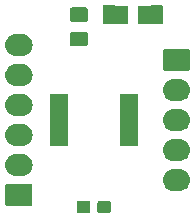
<source format=gts>
G04 #@! TF.GenerationSoftware,KiCad,Pcbnew,(5.1.5)-3*
G04 #@! TF.CreationDate,2020-04-11T11:45:51+02:00*
G04 #@! TF.ProjectId,CODER-AS5047P,434f4445-522d-4415-9335-303437502e6b,rev?*
G04 #@! TF.SameCoordinates,Original*
G04 #@! TF.FileFunction,Soldermask,Top*
G04 #@! TF.FilePolarity,Negative*
%FSLAX46Y46*%
G04 Gerber Fmt 4.6, Leading zero omitted, Abs format (unit mm)*
G04 Created by KiCad (PCBNEW (5.1.5)-3) date 2020-04-11 11:45:51*
%MOMM*%
%LPD*%
G04 APERTURE LIST*
%ADD10C,0.100000*%
G04 APERTURE END LIST*
D10*
G36*
X179089499Y-121144445D02*
G01*
X179126995Y-121155820D01*
X179161554Y-121174292D01*
X179191847Y-121199153D01*
X179216708Y-121229446D01*
X179235180Y-121264005D01*
X179246555Y-121301501D01*
X179251000Y-121346638D01*
X179251000Y-121985362D01*
X179246555Y-122030499D01*
X179235180Y-122067995D01*
X179216708Y-122102554D01*
X179191847Y-122132847D01*
X179161554Y-122157708D01*
X179126995Y-122176180D01*
X179089499Y-122187555D01*
X179044362Y-122192000D01*
X178305638Y-122192000D01*
X178260501Y-122187555D01*
X178223005Y-122176180D01*
X178188446Y-122157708D01*
X178158153Y-122132847D01*
X178133292Y-122102554D01*
X178114820Y-122067995D01*
X178103445Y-122030499D01*
X178099000Y-121985362D01*
X178099000Y-121346638D01*
X178103445Y-121301501D01*
X178114820Y-121264005D01*
X178133292Y-121229446D01*
X178158153Y-121199153D01*
X178188446Y-121174292D01*
X178223005Y-121155820D01*
X178260501Y-121144445D01*
X178305638Y-121140000D01*
X179044362Y-121140000D01*
X179089499Y-121144445D01*
G37*
G36*
X177339499Y-121144445D02*
G01*
X177376995Y-121155820D01*
X177411554Y-121174292D01*
X177441847Y-121199153D01*
X177466708Y-121229446D01*
X177485180Y-121264005D01*
X177496555Y-121301501D01*
X177501000Y-121346638D01*
X177501000Y-121985362D01*
X177496555Y-122030499D01*
X177485180Y-122067995D01*
X177466708Y-122102554D01*
X177441847Y-122132847D01*
X177411554Y-122157708D01*
X177376995Y-122176180D01*
X177339499Y-122187555D01*
X177294362Y-122192000D01*
X176555638Y-122192000D01*
X176510501Y-122187555D01*
X176473005Y-122176180D01*
X176438446Y-122157708D01*
X176408153Y-122132847D01*
X176383292Y-122102554D01*
X176364820Y-122067995D01*
X176353445Y-122030499D01*
X176349000Y-121985362D01*
X176349000Y-121346638D01*
X176353445Y-121301501D01*
X176364820Y-121264005D01*
X176383292Y-121229446D01*
X176408153Y-121199153D01*
X176438446Y-121174292D01*
X176473005Y-121155820D01*
X176510501Y-121144445D01*
X176555638Y-121140000D01*
X177294362Y-121140000D01*
X177339499Y-121144445D01*
G37*
G36*
X172459561Y-119732966D02*
G01*
X172492383Y-119742923D01*
X172522632Y-119759092D01*
X172549148Y-119780852D01*
X172570908Y-119807368D01*
X172587077Y-119837617D01*
X172597034Y-119870439D01*
X172601000Y-119910713D01*
X172601000Y-121389287D01*
X172597034Y-121429561D01*
X172587077Y-121462383D01*
X172570908Y-121492632D01*
X172549148Y-121519148D01*
X172522632Y-121540908D01*
X172492383Y-121557077D01*
X172459561Y-121567034D01*
X172419287Y-121571000D01*
X170480713Y-121571000D01*
X170440439Y-121567034D01*
X170407617Y-121557077D01*
X170377368Y-121540908D01*
X170350852Y-121519148D01*
X170329092Y-121492632D01*
X170312923Y-121462383D01*
X170302966Y-121429561D01*
X170299000Y-121389287D01*
X170299000Y-119910713D01*
X170302966Y-119870439D01*
X170312923Y-119837617D01*
X170329092Y-119807368D01*
X170350852Y-119780852D01*
X170377368Y-119759092D01*
X170407617Y-119742923D01*
X170440439Y-119732966D01*
X170480713Y-119729000D01*
X172419287Y-119729000D01*
X172459561Y-119732966D01*
G37*
G36*
X185105345Y-118463442D02*
G01*
X185195548Y-118472326D01*
X185369157Y-118524990D01*
X185529156Y-118610511D01*
X185545782Y-118624156D01*
X185669397Y-118725603D01*
X185748729Y-118822271D01*
X185784489Y-118865844D01*
X185870010Y-119025843D01*
X185922674Y-119199452D01*
X185940456Y-119380000D01*
X185922674Y-119560548D01*
X185870010Y-119734157D01*
X185870009Y-119734159D01*
X185861998Y-119749146D01*
X185784489Y-119894156D01*
X185748729Y-119937729D01*
X185669397Y-120034397D01*
X185572729Y-120113729D01*
X185529156Y-120149489D01*
X185369157Y-120235010D01*
X185195548Y-120287674D01*
X185105345Y-120296558D01*
X185060245Y-120301000D01*
X184509755Y-120301000D01*
X184464655Y-120296558D01*
X184374452Y-120287674D01*
X184200843Y-120235010D01*
X184040844Y-120149489D01*
X183997271Y-120113729D01*
X183900603Y-120034397D01*
X183821271Y-119937729D01*
X183785511Y-119894156D01*
X183708002Y-119749146D01*
X183699991Y-119734159D01*
X183699990Y-119734157D01*
X183647326Y-119560548D01*
X183629544Y-119380000D01*
X183647326Y-119199452D01*
X183699990Y-119025843D01*
X183785511Y-118865844D01*
X183821271Y-118822271D01*
X183900603Y-118725603D01*
X184024218Y-118624156D01*
X184040844Y-118610511D01*
X184200843Y-118524990D01*
X184374452Y-118472326D01*
X184464655Y-118463442D01*
X184509755Y-118459000D01*
X185060245Y-118459000D01*
X185105345Y-118463442D01*
G37*
G36*
X171770345Y-117193442D02*
G01*
X171860548Y-117202326D01*
X172034157Y-117254990D01*
X172194156Y-117340511D01*
X172210782Y-117354156D01*
X172334397Y-117455603D01*
X172413729Y-117552271D01*
X172449489Y-117595844D01*
X172535010Y-117755843D01*
X172587674Y-117929452D01*
X172605456Y-118110000D01*
X172587674Y-118290548D01*
X172535010Y-118464157D01*
X172449489Y-118624156D01*
X172413729Y-118667729D01*
X172334397Y-118764397D01*
X172237729Y-118843729D01*
X172194156Y-118879489D01*
X172034157Y-118965010D01*
X171860548Y-119017674D01*
X171777625Y-119025841D01*
X171725245Y-119031000D01*
X171174755Y-119031000D01*
X171122375Y-119025841D01*
X171039452Y-119017674D01*
X170865843Y-118965010D01*
X170705844Y-118879489D01*
X170662271Y-118843729D01*
X170565603Y-118764397D01*
X170486271Y-118667729D01*
X170450511Y-118624156D01*
X170364990Y-118464157D01*
X170312326Y-118290548D01*
X170294544Y-118110000D01*
X170312326Y-117929452D01*
X170364990Y-117755843D01*
X170450511Y-117595844D01*
X170486271Y-117552271D01*
X170565603Y-117455603D01*
X170689218Y-117354156D01*
X170705844Y-117340511D01*
X170865843Y-117254990D01*
X171039452Y-117202326D01*
X171129655Y-117193442D01*
X171174755Y-117189000D01*
X171725245Y-117189000D01*
X171770345Y-117193442D01*
G37*
G36*
X185105345Y-115923442D02*
G01*
X185195548Y-115932326D01*
X185369157Y-115984990D01*
X185529156Y-116070511D01*
X185545782Y-116084156D01*
X185669397Y-116185603D01*
X185748729Y-116282271D01*
X185784489Y-116325844D01*
X185870010Y-116485843D01*
X185922674Y-116659452D01*
X185940456Y-116840000D01*
X185922674Y-117020548D01*
X185870010Y-117194157D01*
X185784489Y-117354156D01*
X185748729Y-117397729D01*
X185669397Y-117494397D01*
X185572729Y-117573729D01*
X185529156Y-117609489D01*
X185369157Y-117695010D01*
X185195548Y-117747674D01*
X185112625Y-117755841D01*
X185060245Y-117761000D01*
X184509755Y-117761000D01*
X184457375Y-117755841D01*
X184374452Y-117747674D01*
X184200843Y-117695010D01*
X184040844Y-117609489D01*
X183997271Y-117573729D01*
X183900603Y-117494397D01*
X183821271Y-117397729D01*
X183785511Y-117354156D01*
X183699990Y-117194157D01*
X183647326Y-117020548D01*
X183629544Y-116840000D01*
X183647326Y-116659452D01*
X183699990Y-116485843D01*
X183785511Y-116325844D01*
X183821271Y-116282271D01*
X183900603Y-116185603D01*
X184024218Y-116084156D01*
X184040844Y-116070511D01*
X184200843Y-115984990D01*
X184374452Y-115932326D01*
X184464655Y-115923442D01*
X184509755Y-115919000D01*
X185060245Y-115919000D01*
X185105345Y-115923442D01*
G37*
G36*
X175626000Y-116526000D02*
G01*
X174074000Y-116526000D01*
X174074000Y-112074000D01*
X175626000Y-112074000D01*
X175626000Y-116526000D01*
G37*
G36*
X181526000Y-116526000D02*
G01*
X179974000Y-116526000D01*
X179974000Y-112074000D01*
X181526000Y-112074000D01*
X181526000Y-116526000D01*
G37*
G36*
X171770345Y-114653442D02*
G01*
X171860548Y-114662326D01*
X172034157Y-114714990D01*
X172194156Y-114800511D01*
X172210782Y-114814156D01*
X172334397Y-114915603D01*
X172413729Y-115012271D01*
X172449489Y-115055844D01*
X172535010Y-115215843D01*
X172587674Y-115389452D01*
X172605456Y-115570000D01*
X172587674Y-115750548D01*
X172535010Y-115924157D01*
X172449489Y-116084156D01*
X172413729Y-116127729D01*
X172334397Y-116224397D01*
X172237729Y-116303729D01*
X172194156Y-116339489D01*
X172034157Y-116425010D01*
X171860548Y-116477674D01*
X171777625Y-116485841D01*
X171725245Y-116491000D01*
X171174755Y-116491000D01*
X171122375Y-116485841D01*
X171039452Y-116477674D01*
X170865843Y-116425010D01*
X170705844Y-116339489D01*
X170662271Y-116303729D01*
X170565603Y-116224397D01*
X170486271Y-116127729D01*
X170450511Y-116084156D01*
X170364990Y-115924157D01*
X170312326Y-115750548D01*
X170294544Y-115570000D01*
X170312326Y-115389452D01*
X170364990Y-115215843D01*
X170450511Y-115055844D01*
X170486271Y-115012271D01*
X170565603Y-114915603D01*
X170689218Y-114814156D01*
X170705844Y-114800511D01*
X170865843Y-114714990D01*
X171039452Y-114662326D01*
X171129655Y-114653442D01*
X171174755Y-114649000D01*
X171725245Y-114649000D01*
X171770345Y-114653442D01*
G37*
G36*
X185105345Y-113383442D02*
G01*
X185195548Y-113392326D01*
X185369157Y-113444990D01*
X185529156Y-113530511D01*
X185545782Y-113544156D01*
X185669397Y-113645603D01*
X185748729Y-113742271D01*
X185784489Y-113785844D01*
X185870010Y-113945843D01*
X185922674Y-114119452D01*
X185940456Y-114300000D01*
X185922674Y-114480548D01*
X185870010Y-114654157D01*
X185784489Y-114814156D01*
X185748729Y-114857729D01*
X185669397Y-114954397D01*
X185572729Y-115033729D01*
X185529156Y-115069489D01*
X185369157Y-115155010D01*
X185195548Y-115207674D01*
X185112625Y-115215841D01*
X185060245Y-115221000D01*
X184509755Y-115221000D01*
X184457375Y-115215841D01*
X184374452Y-115207674D01*
X184200843Y-115155010D01*
X184040844Y-115069489D01*
X183997271Y-115033729D01*
X183900603Y-114954397D01*
X183821271Y-114857729D01*
X183785511Y-114814156D01*
X183699990Y-114654157D01*
X183647326Y-114480548D01*
X183629544Y-114300000D01*
X183647326Y-114119452D01*
X183699990Y-113945843D01*
X183785511Y-113785844D01*
X183821271Y-113742271D01*
X183900603Y-113645603D01*
X184024218Y-113544156D01*
X184040844Y-113530511D01*
X184200843Y-113444990D01*
X184374452Y-113392326D01*
X184464655Y-113383442D01*
X184509755Y-113379000D01*
X185060245Y-113379000D01*
X185105345Y-113383442D01*
G37*
G36*
X171770345Y-112113442D02*
G01*
X171860548Y-112122326D01*
X172034157Y-112174990D01*
X172194156Y-112260511D01*
X172210782Y-112274156D01*
X172334397Y-112375603D01*
X172413729Y-112472271D01*
X172449489Y-112515844D01*
X172535010Y-112675843D01*
X172587674Y-112849452D01*
X172605456Y-113030000D01*
X172587674Y-113210548D01*
X172535010Y-113384157D01*
X172449489Y-113544156D01*
X172413729Y-113587729D01*
X172334397Y-113684397D01*
X172237729Y-113763729D01*
X172194156Y-113799489D01*
X172034157Y-113885010D01*
X171860548Y-113937674D01*
X171777625Y-113945841D01*
X171725245Y-113951000D01*
X171174755Y-113951000D01*
X171122375Y-113945841D01*
X171039452Y-113937674D01*
X170865843Y-113885010D01*
X170705844Y-113799489D01*
X170662271Y-113763729D01*
X170565603Y-113684397D01*
X170486271Y-113587729D01*
X170450511Y-113544156D01*
X170364990Y-113384157D01*
X170312326Y-113210548D01*
X170294544Y-113030000D01*
X170312326Y-112849452D01*
X170364990Y-112675843D01*
X170450511Y-112515844D01*
X170486271Y-112472271D01*
X170565603Y-112375603D01*
X170689218Y-112274156D01*
X170705844Y-112260511D01*
X170865843Y-112174990D01*
X171039452Y-112122326D01*
X171129655Y-112113442D01*
X171174755Y-112109000D01*
X171725245Y-112109000D01*
X171770345Y-112113442D01*
G37*
G36*
X185105345Y-110843442D02*
G01*
X185195548Y-110852326D01*
X185369157Y-110904990D01*
X185529156Y-110990511D01*
X185545782Y-111004156D01*
X185669397Y-111105603D01*
X185748729Y-111202271D01*
X185784489Y-111245844D01*
X185870010Y-111405843D01*
X185922674Y-111579452D01*
X185940456Y-111760000D01*
X185922674Y-111940548D01*
X185870010Y-112114157D01*
X185784489Y-112274156D01*
X185748729Y-112317729D01*
X185669397Y-112414397D01*
X185572729Y-112493729D01*
X185529156Y-112529489D01*
X185369157Y-112615010D01*
X185195548Y-112667674D01*
X185112625Y-112675841D01*
X185060245Y-112681000D01*
X184509755Y-112681000D01*
X184457375Y-112675841D01*
X184374452Y-112667674D01*
X184200843Y-112615010D01*
X184040844Y-112529489D01*
X183997271Y-112493729D01*
X183900603Y-112414397D01*
X183821271Y-112317729D01*
X183785511Y-112274156D01*
X183699990Y-112114157D01*
X183647326Y-111940548D01*
X183629544Y-111760000D01*
X183647326Y-111579452D01*
X183699990Y-111405843D01*
X183785511Y-111245844D01*
X183821271Y-111202271D01*
X183900603Y-111105603D01*
X184024218Y-111004156D01*
X184040844Y-110990511D01*
X184200843Y-110904990D01*
X184374452Y-110852326D01*
X184464655Y-110843442D01*
X184509755Y-110839000D01*
X185060245Y-110839000D01*
X185105345Y-110843442D01*
G37*
G36*
X171770345Y-109573442D02*
G01*
X171860548Y-109582326D01*
X172034157Y-109634990D01*
X172194156Y-109720511D01*
X172237729Y-109756271D01*
X172334397Y-109835603D01*
X172410205Y-109927977D01*
X172449489Y-109975844D01*
X172495878Y-110062632D01*
X172530325Y-110127077D01*
X172535010Y-110135843D01*
X172587674Y-110309452D01*
X172605456Y-110490000D01*
X172587674Y-110670548D01*
X172535010Y-110844157D01*
X172449489Y-111004156D01*
X172413729Y-111047729D01*
X172334397Y-111144397D01*
X172237729Y-111223729D01*
X172194156Y-111259489D01*
X172034157Y-111345010D01*
X171860548Y-111397674D01*
X171777625Y-111405841D01*
X171725245Y-111411000D01*
X171174755Y-111411000D01*
X171122375Y-111405841D01*
X171039452Y-111397674D01*
X170865843Y-111345010D01*
X170705844Y-111259489D01*
X170662271Y-111223729D01*
X170565603Y-111144397D01*
X170486271Y-111047729D01*
X170450511Y-111004156D01*
X170364990Y-110844157D01*
X170312326Y-110670548D01*
X170294544Y-110490000D01*
X170312326Y-110309452D01*
X170364990Y-110135843D01*
X170369676Y-110127077D01*
X170404122Y-110062632D01*
X170450511Y-109975844D01*
X170489795Y-109927977D01*
X170565603Y-109835603D01*
X170662271Y-109756271D01*
X170705844Y-109720511D01*
X170865843Y-109634990D01*
X171039452Y-109582326D01*
X171129655Y-109573442D01*
X171174755Y-109569000D01*
X171725245Y-109569000D01*
X171770345Y-109573442D01*
G37*
G36*
X185794561Y-108302966D02*
G01*
X185827383Y-108312923D01*
X185857632Y-108329092D01*
X185884148Y-108350852D01*
X185905908Y-108377368D01*
X185922077Y-108407617D01*
X185932034Y-108440439D01*
X185936000Y-108480713D01*
X185936000Y-109959287D01*
X185932034Y-109999561D01*
X185922077Y-110032383D01*
X185905908Y-110062632D01*
X185884148Y-110089148D01*
X185857632Y-110110908D01*
X185827383Y-110127077D01*
X185794561Y-110137034D01*
X185754287Y-110141000D01*
X183815713Y-110141000D01*
X183775439Y-110137034D01*
X183742617Y-110127077D01*
X183712368Y-110110908D01*
X183685852Y-110089148D01*
X183664092Y-110062632D01*
X183647923Y-110032383D01*
X183637966Y-109999561D01*
X183634000Y-109959287D01*
X183634000Y-108480713D01*
X183637966Y-108440439D01*
X183647923Y-108407617D01*
X183664092Y-108377368D01*
X183685852Y-108350852D01*
X183712368Y-108329092D01*
X183742617Y-108312923D01*
X183775439Y-108302966D01*
X183815713Y-108299000D01*
X185754287Y-108299000D01*
X185794561Y-108302966D01*
G37*
G36*
X171770345Y-107033442D02*
G01*
X171860548Y-107042326D01*
X172034157Y-107094990D01*
X172194156Y-107180511D01*
X172237729Y-107216271D01*
X172334397Y-107295603D01*
X172413729Y-107392271D01*
X172449489Y-107435844D01*
X172535010Y-107595843D01*
X172587674Y-107769452D01*
X172605456Y-107950000D01*
X172587674Y-108130548D01*
X172535010Y-108304157D01*
X172535009Y-108304159D01*
X172526998Y-108319146D01*
X172449489Y-108464156D01*
X172413729Y-108507729D01*
X172334397Y-108604397D01*
X172237729Y-108683729D01*
X172194156Y-108719489D01*
X172034157Y-108805010D01*
X171860548Y-108857674D01*
X171770345Y-108866558D01*
X171725245Y-108871000D01*
X171174755Y-108871000D01*
X171129655Y-108866558D01*
X171039452Y-108857674D01*
X170865843Y-108805010D01*
X170705844Y-108719489D01*
X170662271Y-108683729D01*
X170565603Y-108604397D01*
X170486271Y-108507729D01*
X170450511Y-108464156D01*
X170373002Y-108319146D01*
X170364991Y-108304159D01*
X170364990Y-108304157D01*
X170312326Y-108130548D01*
X170294544Y-107950000D01*
X170312326Y-107769452D01*
X170364990Y-107595843D01*
X170450511Y-107435844D01*
X170486271Y-107392271D01*
X170565603Y-107295603D01*
X170662271Y-107216271D01*
X170705844Y-107180511D01*
X170865843Y-107094990D01*
X171039452Y-107042326D01*
X171129655Y-107033442D01*
X171174755Y-107029000D01*
X171725245Y-107029000D01*
X171770345Y-107033442D01*
G37*
G36*
X177118674Y-106820465D02*
G01*
X177156367Y-106831899D01*
X177191103Y-106850466D01*
X177221548Y-106875452D01*
X177246534Y-106905897D01*
X177265101Y-106940633D01*
X177276535Y-106978326D01*
X177281000Y-107023661D01*
X177281000Y-107860339D01*
X177276535Y-107905674D01*
X177265101Y-107943367D01*
X177246534Y-107978103D01*
X177221548Y-108008548D01*
X177191103Y-108033534D01*
X177156367Y-108052101D01*
X177118674Y-108063535D01*
X177073339Y-108068000D01*
X175986661Y-108068000D01*
X175941326Y-108063535D01*
X175903633Y-108052101D01*
X175868897Y-108033534D01*
X175838452Y-108008548D01*
X175813466Y-107978103D01*
X175794899Y-107943367D01*
X175783465Y-107905674D01*
X175779000Y-107860339D01*
X175779000Y-107023661D01*
X175783465Y-106978326D01*
X175794899Y-106940633D01*
X175813466Y-106905897D01*
X175838452Y-106875452D01*
X175868897Y-106850466D01*
X175903633Y-106831899D01*
X175941326Y-106820465D01*
X175986661Y-106816000D01*
X177073339Y-106816000D01*
X177118674Y-106820465D01*
G37*
G36*
X179611999Y-104609737D02*
G01*
X179621608Y-104612652D01*
X179630472Y-104617390D01*
X179647370Y-104631258D01*
X179647459Y-104631347D01*
X179647571Y-104631423D01*
X179647757Y-104631575D01*
X179647771Y-104631557D01*
X179667786Y-104645033D01*
X179690392Y-104654489D01*
X179714408Y-104659354D01*
X179727097Y-104660000D01*
X180652000Y-104660000D01*
X180652000Y-106160000D01*
X179727089Y-106160000D01*
X179702703Y-106162402D01*
X179679254Y-106169515D01*
X179657643Y-106181066D01*
X179647690Y-106188456D01*
X179638275Y-106196199D01*
X179630516Y-106202581D01*
X179621661Y-106207326D01*
X179618623Y-106208251D01*
X179612085Y-106210242D01*
X179612082Y-106210242D01*
X179612050Y-106210252D01*
X179602000Y-106211247D01*
X179601935Y-106211247D01*
X179595825Y-106211852D01*
X178608140Y-106211852D01*
X178592001Y-106210263D01*
X178582392Y-106207348D01*
X178573528Y-106202610D01*
X178565763Y-106196237D01*
X178559390Y-106188472D01*
X178554652Y-106179608D01*
X178551737Y-106169999D01*
X178550148Y-106153860D01*
X178550148Y-104666140D01*
X178551737Y-104650001D01*
X178554652Y-104640392D01*
X178559390Y-104631528D01*
X178565763Y-104623763D01*
X178573528Y-104617390D01*
X178582392Y-104612652D01*
X178592001Y-104609737D01*
X178608140Y-104608148D01*
X179595860Y-104608148D01*
X179611999Y-104609737D01*
G37*
G36*
X183611999Y-104609737D02*
G01*
X183621608Y-104612652D01*
X183630472Y-104617390D01*
X183638237Y-104623763D01*
X183644610Y-104631528D01*
X183649348Y-104640392D01*
X183652263Y-104650001D01*
X183653852Y-104666140D01*
X183653852Y-106153860D01*
X183652263Y-106169999D01*
X183649348Y-106179608D01*
X183644610Y-106188472D01*
X183638237Y-106196237D01*
X183630472Y-106202610D01*
X183621608Y-106207348D01*
X183611999Y-106210263D01*
X183595860Y-106211852D01*
X182608140Y-106211852D01*
X182592001Y-106210263D01*
X182582392Y-106207348D01*
X182573528Y-106202610D01*
X182556630Y-106188742D01*
X182556541Y-106188653D01*
X182556429Y-106188577D01*
X182556243Y-106188425D01*
X182556229Y-106188443D01*
X182536214Y-106174967D01*
X182513608Y-106165511D01*
X182489592Y-106160646D01*
X182476903Y-106160000D01*
X181552000Y-106160000D01*
X181552000Y-104660000D01*
X182476911Y-104660000D01*
X182501297Y-104657598D01*
X182524746Y-104650485D01*
X182546357Y-104638934D01*
X182556310Y-104631544D01*
X182566165Y-104623439D01*
X182573484Y-104617419D01*
X182582339Y-104612674D01*
X182585377Y-104611749D01*
X182591915Y-104609758D01*
X182591918Y-104609758D01*
X182591950Y-104609748D01*
X182602000Y-104608753D01*
X182602065Y-104608753D01*
X182608175Y-104608148D01*
X183595860Y-104608148D01*
X183611999Y-104609737D01*
G37*
G36*
X177118674Y-104770465D02*
G01*
X177156367Y-104781899D01*
X177191103Y-104800466D01*
X177221548Y-104825452D01*
X177246534Y-104855897D01*
X177265101Y-104890633D01*
X177276535Y-104928326D01*
X177281000Y-104973661D01*
X177281000Y-105810339D01*
X177276535Y-105855674D01*
X177265101Y-105893367D01*
X177246534Y-105928103D01*
X177221548Y-105958548D01*
X177191103Y-105983534D01*
X177156367Y-106002101D01*
X177118674Y-106013535D01*
X177073339Y-106018000D01*
X175986661Y-106018000D01*
X175941326Y-106013535D01*
X175903633Y-106002101D01*
X175868897Y-105983534D01*
X175838452Y-105958548D01*
X175813466Y-105928103D01*
X175794899Y-105893367D01*
X175783465Y-105855674D01*
X175779000Y-105810339D01*
X175779000Y-104973661D01*
X175783465Y-104928326D01*
X175794899Y-104890633D01*
X175813466Y-104855897D01*
X175838452Y-104825452D01*
X175868897Y-104800466D01*
X175903633Y-104781899D01*
X175941326Y-104770465D01*
X175986661Y-104766000D01*
X177073339Y-104766000D01*
X177118674Y-104770465D01*
G37*
M02*

</source>
